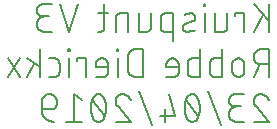
<source format=gbr>
G04 EAGLE Gerber X2 export*
%TF.Part,Single*%
%TF.FileFunction,Legend,Bot,1*%
%TF.FilePolarity,Positive*%
%TF.GenerationSoftware,Autodesk,EAGLE,9.1.2*%
%TF.CreationDate,2019-04-25T09:22:07Z*%
G75*
%MOMM*%
%FSLAX34Y34*%
%LPD*%
%AMOC8*
5,1,8,0,0,1.08239X$1,22.5*%
G01*
%ADD10C,0.203200*%


D10*
X858984Y17216D02*
X858984Y40584D01*
X846002Y40584D02*
X858984Y26304D01*
X853791Y31496D02*
X846002Y17216D01*
X838283Y17216D02*
X838283Y32795D01*
X830493Y32795D01*
X830493Y30198D01*
X823731Y32795D02*
X823731Y21111D01*
X823732Y21111D02*
X823730Y20989D01*
X823724Y20866D01*
X823715Y20744D01*
X823701Y20623D01*
X823684Y20502D01*
X823663Y20381D01*
X823638Y20261D01*
X823610Y20142D01*
X823577Y20024D01*
X823541Y19907D01*
X823502Y19792D01*
X823458Y19677D01*
X823412Y19564D01*
X823361Y19453D01*
X823307Y19343D01*
X823250Y19235D01*
X823190Y19128D01*
X823126Y19024D01*
X823058Y18922D01*
X822988Y18822D01*
X822915Y18724D01*
X822838Y18628D01*
X822759Y18535D01*
X822676Y18445D01*
X822591Y18357D01*
X822503Y18272D01*
X822413Y18189D01*
X822320Y18110D01*
X822224Y18033D01*
X822126Y17960D01*
X822026Y17890D01*
X821924Y17822D01*
X821820Y17758D01*
X821713Y17698D01*
X821605Y17641D01*
X821495Y17587D01*
X821384Y17536D01*
X821271Y17490D01*
X821156Y17446D01*
X821041Y17407D01*
X820924Y17371D01*
X820806Y17338D01*
X820687Y17310D01*
X820567Y17285D01*
X820446Y17264D01*
X820325Y17247D01*
X820204Y17233D01*
X820082Y17224D01*
X819959Y17218D01*
X819837Y17216D01*
X813346Y17216D01*
X813346Y32795D01*
X804619Y32795D02*
X804619Y17216D01*
X805269Y39286D02*
X805269Y40584D01*
X803970Y40584D01*
X803970Y39286D01*
X805269Y39286D01*
X794642Y26304D02*
X788151Y23707D01*
X794642Y26304D02*
X794748Y26348D01*
X794853Y26397D01*
X794956Y26449D01*
X795057Y26504D01*
X795157Y26563D01*
X795254Y26625D01*
X795349Y26690D01*
X795441Y26759D01*
X795532Y26831D01*
X795619Y26905D01*
X795705Y26983D01*
X795787Y27064D01*
X795867Y27147D01*
X795943Y27233D01*
X796017Y27322D01*
X796088Y27413D01*
X796155Y27507D01*
X796219Y27603D01*
X796280Y27701D01*
X796338Y27800D01*
X796392Y27902D01*
X796442Y28006D01*
X796489Y28111D01*
X796533Y28218D01*
X796572Y28327D01*
X796608Y28436D01*
X796640Y28547D01*
X796669Y28659D01*
X796693Y28771D01*
X796714Y28885D01*
X796730Y28999D01*
X796743Y29114D01*
X796752Y29229D01*
X796757Y29344D01*
X796758Y29459D01*
X796755Y29574D01*
X796748Y29690D01*
X796737Y29804D01*
X796722Y29919D01*
X796703Y30032D01*
X796681Y30146D01*
X796654Y30258D01*
X796624Y30369D01*
X796590Y30479D01*
X796552Y30588D01*
X796511Y30696D01*
X796465Y30802D01*
X796416Y30906D01*
X796364Y31009D01*
X796308Y31110D01*
X796249Y31209D01*
X796186Y31306D01*
X796120Y31400D01*
X796051Y31493D01*
X795979Y31583D01*
X795904Y31670D01*
X795825Y31755D01*
X795744Y31837D01*
X795660Y31916D01*
X795574Y31992D01*
X795485Y32065D01*
X795393Y32135D01*
X795299Y32202D01*
X795203Y32266D01*
X795105Y32326D01*
X795005Y32383D01*
X794903Y32437D01*
X794799Y32487D01*
X794693Y32533D01*
X794586Y32576D01*
X794477Y32615D01*
X794368Y32650D01*
X794257Y32682D01*
X794145Y32710D01*
X794032Y32734D01*
X793918Y32754D01*
X793804Y32770D01*
X793690Y32782D01*
X793575Y32790D01*
X793459Y32794D01*
X793344Y32795D01*
X793344Y32794D02*
X792989Y32785D01*
X792635Y32767D01*
X792282Y32741D01*
X791929Y32706D01*
X791577Y32663D01*
X791226Y32611D01*
X790877Y32551D01*
X790529Y32482D01*
X790183Y32405D01*
X789839Y32320D01*
X789497Y32227D01*
X789158Y32125D01*
X788821Y32015D01*
X788486Y31898D01*
X788155Y31772D01*
X787827Y31638D01*
X787502Y31496D01*
X788151Y23707D02*
X788045Y23663D01*
X787940Y23614D01*
X787837Y23562D01*
X787736Y23507D01*
X787636Y23448D01*
X787539Y23386D01*
X787444Y23321D01*
X787352Y23252D01*
X787261Y23180D01*
X787174Y23106D01*
X787088Y23028D01*
X787006Y22947D01*
X786926Y22864D01*
X786850Y22778D01*
X786776Y22689D01*
X786705Y22598D01*
X786638Y22504D01*
X786574Y22408D01*
X786513Y22310D01*
X786455Y22211D01*
X786401Y22109D01*
X786351Y22005D01*
X786304Y21900D01*
X786260Y21793D01*
X786221Y21684D01*
X786185Y21575D01*
X786153Y21464D01*
X786124Y21352D01*
X786100Y21240D01*
X786079Y21126D01*
X786063Y21012D01*
X786050Y20897D01*
X786041Y20782D01*
X786036Y20667D01*
X786035Y20552D01*
X786038Y20437D01*
X786045Y20321D01*
X786056Y20207D01*
X786071Y20092D01*
X786090Y19979D01*
X786112Y19865D01*
X786139Y19753D01*
X786169Y19642D01*
X786203Y19532D01*
X786241Y19423D01*
X786282Y19315D01*
X786328Y19209D01*
X786377Y19105D01*
X786429Y19002D01*
X786485Y18901D01*
X786544Y18802D01*
X786607Y18705D01*
X786673Y18611D01*
X786742Y18518D01*
X786814Y18428D01*
X786889Y18341D01*
X786968Y18256D01*
X787049Y18174D01*
X787133Y18095D01*
X787219Y18019D01*
X787308Y17946D01*
X787400Y17876D01*
X787494Y17809D01*
X787590Y17745D01*
X787688Y17685D01*
X787788Y17628D01*
X787890Y17574D01*
X787994Y17524D01*
X788100Y17478D01*
X788207Y17435D01*
X788316Y17396D01*
X788425Y17361D01*
X788536Y17329D01*
X788648Y17301D01*
X788761Y17277D01*
X788875Y17257D01*
X788989Y17241D01*
X789103Y17229D01*
X789218Y17221D01*
X789334Y17217D01*
X789449Y17216D01*
X789970Y17230D01*
X790490Y17256D01*
X791009Y17294D01*
X791528Y17344D01*
X792045Y17407D01*
X792560Y17482D01*
X793073Y17569D01*
X793585Y17668D01*
X794093Y17780D01*
X794599Y17903D01*
X795102Y18038D01*
X795602Y18185D01*
X796098Y18344D01*
X796590Y18514D01*
X777747Y9427D02*
X777747Y32795D01*
X771256Y32795D01*
X771134Y32793D01*
X771011Y32787D01*
X770889Y32778D01*
X770768Y32764D01*
X770647Y32747D01*
X770526Y32726D01*
X770406Y32701D01*
X770287Y32673D01*
X770169Y32640D01*
X770052Y32604D01*
X769937Y32565D01*
X769822Y32521D01*
X769709Y32475D01*
X769598Y32424D01*
X769488Y32370D01*
X769380Y32313D01*
X769273Y32253D01*
X769169Y32189D01*
X769067Y32121D01*
X768967Y32051D01*
X768869Y31978D01*
X768773Y31901D01*
X768680Y31822D01*
X768590Y31739D01*
X768502Y31654D01*
X768417Y31566D01*
X768334Y31476D01*
X768255Y31383D01*
X768178Y31287D01*
X768105Y31189D01*
X768035Y31089D01*
X767967Y30987D01*
X767903Y30883D01*
X767843Y30776D01*
X767786Y30668D01*
X767732Y30558D01*
X767681Y30447D01*
X767635Y30334D01*
X767591Y30219D01*
X767552Y30104D01*
X767516Y29987D01*
X767483Y29869D01*
X767455Y29750D01*
X767430Y29630D01*
X767409Y29509D01*
X767392Y29388D01*
X767378Y29267D01*
X767369Y29145D01*
X767363Y29022D01*
X767361Y28900D01*
X767362Y28900D02*
X767362Y21111D01*
X767361Y21111D02*
X767363Y20989D01*
X767369Y20866D01*
X767378Y20744D01*
X767392Y20623D01*
X767409Y20502D01*
X767430Y20381D01*
X767455Y20261D01*
X767483Y20142D01*
X767516Y20024D01*
X767552Y19907D01*
X767591Y19792D01*
X767635Y19677D01*
X767681Y19564D01*
X767732Y19453D01*
X767786Y19343D01*
X767843Y19235D01*
X767903Y19128D01*
X767967Y19024D01*
X768035Y18922D01*
X768105Y18822D01*
X768178Y18724D01*
X768255Y18628D01*
X768334Y18535D01*
X768417Y18445D01*
X768502Y18357D01*
X768590Y18272D01*
X768680Y18189D01*
X768773Y18110D01*
X768869Y18033D01*
X768967Y17960D01*
X769067Y17890D01*
X769169Y17822D01*
X769273Y17758D01*
X769380Y17698D01*
X769488Y17641D01*
X769598Y17587D01*
X769709Y17536D01*
X769822Y17490D01*
X769937Y17446D01*
X770052Y17407D01*
X770169Y17371D01*
X770287Y17338D01*
X770406Y17310D01*
X770526Y17285D01*
X770647Y17264D01*
X770768Y17247D01*
X770889Y17233D01*
X771011Y17224D01*
X771134Y17218D01*
X771256Y17216D01*
X777747Y17216D01*
X759007Y21111D02*
X759007Y32795D01*
X759008Y21111D02*
X759006Y20989D01*
X759000Y20866D01*
X758991Y20744D01*
X758977Y20623D01*
X758960Y20502D01*
X758939Y20381D01*
X758914Y20261D01*
X758886Y20142D01*
X758853Y20024D01*
X758817Y19907D01*
X758778Y19792D01*
X758734Y19677D01*
X758688Y19564D01*
X758637Y19453D01*
X758583Y19343D01*
X758526Y19235D01*
X758466Y19128D01*
X758402Y19024D01*
X758334Y18922D01*
X758264Y18822D01*
X758191Y18724D01*
X758114Y18628D01*
X758035Y18535D01*
X757952Y18445D01*
X757867Y18357D01*
X757779Y18272D01*
X757689Y18189D01*
X757596Y18110D01*
X757500Y18033D01*
X757402Y17960D01*
X757302Y17890D01*
X757200Y17822D01*
X757096Y17758D01*
X756989Y17698D01*
X756881Y17641D01*
X756771Y17587D01*
X756660Y17536D01*
X756547Y17490D01*
X756432Y17446D01*
X756317Y17407D01*
X756200Y17371D01*
X756082Y17338D01*
X755963Y17310D01*
X755843Y17285D01*
X755722Y17264D01*
X755601Y17247D01*
X755480Y17233D01*
X755358Y17224D01*
X755235Y17218D01*
X755113Y17216D01*
X748622Y17216D01*
X748622Y32795D01*
X739521Y32795D02*
X739521Y17216D01*
X739521Y32795D02*
X733029Y32795D01*
X732907Y32793D01*
X732784Y32787D01*
X732662Y32778D01*
X732541Y32764D01*
X732420Y32747D01*
X732299Y32726D01*
X732179Y32701D01*
X732060Y32673D01*
X731942Y32640D01*
X731825Y32604D01*
X731710Y32565D01*
X731595Y32521D01*
X731482Y32475D01*
X731371Y32424D01*
X731261Y32370D01*
X731153Y32313D01*
X731046Y32253D01*
X730942Y32189D01*
X730840Y32121D01*
X730740Y32051D01*
X730642Y31978D01*
X730546Y31901D01*
X730453Y31822D01*
X730363Y31739D01*
X730275Y31654D01*
X730190Y31566D01*
X730107Y31476D01*
X730028Y31383D01*
X729951Y31287D01*
X729878Y31189D01*
X729808Y31089D01*
X729740Y30987D01*
X729676Y30883D01*
X729616Y30776D01*
X729559Y30668D01*
X729505Y30558D01*
X729454Y30447D01*
X729408Y30334D01*
X729364Y30219D01*
X729325Y30104D01*
X729289Y29987D01*
X729256Y29869D01*
X729228Y29750D01*
X729203Y29630D01*
X729182Y29509D01*
X729165Y29388D01*
X729151Y29267D01*
X729142Y29145D01*
X729136Y29022D01*
X729134Y28900D01*
X729135Y28900D02*
X729135Y17216D01*
X722299Y32795D02*
X714510Y32795D01*
X719703Y40584D02*
X719703Y21111D01*
X719701Y20989D01*
X719695Y20866D01*
X719686Y20744D01*
X719672Y20623D01*
X719655Y20502D01*
X719634Y20381D01*
X719609Y20261D01*
X719581Y20142D01*
X719548Y20024D01*
X719512Y19907D01*
X719473Y19792D01*
X719429Y19677D01*
X719383Y19564D01*
X719332Y19453D01*
X719278Y19343D01*
X719221Y19235D01*
X719161Y19128D01*
X719097Y19024D01*
X719029Y18922D01*
X718959Y18822D01*
X718886Y18724D01*
X718809Y18628D01*
X718730Y18535D01*
X718647Y18445D01*
X718562Y18357D01*
X718474Y18272D01*
X718384Y18189D01*
X718291Y18110D01*
X718195Y18033D01*
X718097Y17960D01*
X717997Y17890D01*
X717895Y17822D01*
X717791Y17758D01*
X717684Y17698D01*
X717576Y17641D01*
X717466Y17587D01*
X717355Y17536D01*
X717242Y17490D01*
X717127Y17446D01*
X717012Y17407D01*
X716895Y17371D01*
X716777Y17338D01*
X716658Y17310D01*
X716538Y17285D01*
X716417Y17264D01*
X716296Y17247D01*
X716175Y17233D01*
X716053Y17224D01*
X715930Y17218D01*
X715808Y17216D01*
X714510Y17216D01*
X689786Y17216D02*
X697576Y40584D01*
X681997Y40584D02*
X689786Y17216D01*
X675399Y17216D02*
X668908Y17216D01*
X668749Y17218D01*
X668590Y17224D01*
X668430Y17234D01*
X668272Y17247D01*
X668113Y17265D01*
X667956Y17286D01*
X667798Y17312D01*
X667642Y17341D01*
X667486Y17374D01*
X667331Y17411D01*
X667177Y17451D01*
X667024Y17496D01*
X666872Y17544D01*
X666721Y17595D01*
X666572Y17651D01*
X666424Y17710D01*
X666278Y17773D01*
X666133Y17839D01*
X665990Y17909D01*
X665848Y17982D01*
X665709Y18059D01*
X665571Y18139D01*
X665435Y18223D01*
X665302Y18310D01*
X665170Y18400D01*
X665041Y18493D01*
X664915Y18590D01*
X664790Y18689D01*
X664668Y18792D01*
X664549Y18897D01*
X664432Y19006D01*
X664318Y19117D01*
X664207Y19231D01*
X664098Y19348D01*
X663993Y19467D01*
X663890Y19589D01*
X663791Y19714D01*
X663694Y19840D01*
X663601Y19969D01*
X663511Y20101D01*
X663424Y20234D01*
X663340Y20370D01*
X663260Y20508D01*
X663183Y20647D01*
X663110Y20789D01*
X663040Y20932D01*
X662974Y21077D01*
X662911Y21223D01*
X662852Y21371D01*
X662796Y21520D01*
X662745Y21671D01*
X662697Y21823D01*
X662652Y21976D01*
X662612Y22130D01*
X662575Y22285D01*
X662542Y22441D01*
X662513Y22597D01*
X662487Y22755D01*
X662466Y22912D01*
X662448Y23071D01*
X662435Y23229D01*
X662425Y23389D01*
X662419Y23548D01*
X662417Y23707D01*
X662419Y23866D01*
X662425Y24025D01*
X662435Y24185D01*
X662448Y24343D01*
X662466Y24502D01*
X662487Y24659D01*
X662513Y24817D01*
X662542Y24973D01*
X662575Y25129D01*
X662612Y25284D01*
X662652Y25438D01*
X662697Y25591D01*
X662745Y25743D01*
X662796Y25894D01*
X662852Y26043D01*
X662911Y26191D01*
X662974Y26337D01*
X663040Y26482D01*
X663110Y26625D01*
X663183Y26767D01*
X663260Y26906D01*
X663340Y27044D01*
X663424Y27180D01*
X663511Y27313D01*
X663601Y27445D01*
X663694Y27574D01*
X663791Y27700D01*
X663890Y27825D01*
X663993Y27947D01*
X664098Y28066D01*
X664207Y28183D01*
X664318Y28297D01*
X664432Y28408D01*
X664549Y28517D01*
X664668Y28622D01*
X664790Y28725D01*
X664915Y28824D01*
X665041Y28921D01*
X665170Y29014D01*
X665302Y29104D01*
X665435Y29191D01*
X665571Y29275D01*
X665709Y29355D01*
X665848Y29432D01*
X665990Y29505D01*
X666133Y29575D01*
X666278Y29641D01*
X666424Y29704D01*
X666572Y29763D01*
X666721Y29819D01*
X666872Y29870D01*
X667024Y29918D01*
X667177Y29963D01*
X667331Y30003D01*
X667486Y30040D01*
X667642Y30073D01*
X667798Y30102D01*
X667956Y30128D01*
X668113Y30149D01*
X668272Y30167D01*
X668430Y30180D01*
X668590Y30190D01*
X668749Y30196D01*
X668908Y30198D01*
X667609Y40584D02*
X675399Y40584D01*
X667609Y40584D02*
X667466Y40582D01*
X667323Y40576D01*
X667180Y40566D01*
X667038Y40552D01*
X666896Y40535D01*
X666754Y40513D01*
X666613Y40488D01*
X666473Y40458D01*
X666334Y40425D01*
X666196Y40388D01*
X666059Y40347D01*
X665923Y40303D01*
X665788Y40254D01*
X665655Y40202D01*
X665523Y40147D01*
X665393Y40087D01*
X665264Y40024D01*
X665137Y39958D01*
X665013Y39888D01*
X664890Y39815D01*
X664769Y39738D01*
X664650Y39658D01*
X664534Y39575D01*
X664419Y39489D01*
X664308Y39400D01*
X664198Y39307D01*
X664092Y39212D01*
X663988Y39113D01*
X663887Y39012D01*
X663788Y38908D01*
X663693Y38802D01*
X663600Y38692D01*
X663511Y38581D01*
X663425Y38466D01*
X663342Y38350D01*
X663262Y38231D01*
X663185Y38110D01*
X663112Y37988D01*
X663042Y37863D01*
X662976Y37736D01*
X662913Y37607D01*
X662853Y37477D01*
X662798Y37345D01*
X662746Y37212D01*
X662697Y37077D01*
X662653Y36941D01*
X662612Y36804D01*
X662575Y36666D01*
X662542Y36527D01*
X662512Y36387D01*
X662487Y36246D01*
X662465Y36104D01*
X662448Y35962D01*
X662434Y35820D01*
X662424Y35677D01*
X662418Y35534D01*
X662416Y35391D01*
X662418Y35248D01*
X662424Y35105D01*
X662434Y34962D01*
X662448Y34820D01*
X662465Y34678D01*
X662487Y34536D01*
X662512Y34395D01*
X662542Y34255D01*
X662575Y34116D01*
X662612Y33978D01*
X662653Y33841D01*
X662697Y33705D01*
X662746Y33570D01*
X662798Y33437D01*
X662853Y33305D01*
X662913Y33175D01*
X662976Y33046D01*
X663042Y32919D01*
X663112Y32795D01*
X663185Y32672D01*
X663262Y32551D01*
X663342Y32432D01*
X663425Y32316D01*
X663511Y32201D01*
X663600Y32090D01*
X663693Y31980D01*
X663788Y31874D01*
X663887Y31770D01*
X663988Y31669D01*
X664092Y31570D01*
X664198Y31475D01*
X664308Y31382D01*
X664419Y31293D01*
X664534Y31207D01*
X664650Y31124D01*
X664769Y31044D01*
X664890Y30967D01*
X665012Y30894D01*
X665137Y30824D01*
X665264Y30758D01*
X665393Y30695D01*
X665523Y30635D01*
X665655Y30580D01*
X665788Y30528D01*
X665923Y30479D01*
X666059Y30435D01*
X666196Y30394D01*
X666334Y30357D01*
X666473Y30324D01*
X666613Y30294D01*
X666754Y30269D01*
X666896Y30247D01*
X667038Y30230D01*
X667180Y30216D01*
X667323Y30206D01*
X667466Y30200D01*
X667609Y30198D01*
X672802Y30198D01*
X858984Y2484D02*
X858984Y-20884D01*
X858984Y2484D02*
X852493Y2484D01*
X852334Y2482D01*
X852175Y2476D01*
X852015Y2466D01*
X851857Y2453D01*
X851698Y2435D01*
X851541Y2414D01*
X851383Y2388D01*
X851227Y2359D01*
X851071Y2326D01*
X850916Y2289D01*
X850762Y2249D01*
X850609Y2204D01*
X850457Y2156D01*
X850306Y2105D01*
X850157Y2049D01*
X850009Y1990D01*
X849863Y1927D01*
X849718Y1861D01*
X849575Y1791D01*
X849433Y1718D01*
X849294Y1641D01*
X849156Y1561D01*
X849020Y1477D01*
X848887Y1390D01*
X848755Y1300D01*
X848626Y1207D01*
X848500Y1110D01*
X848375Y1011D01*
X848253Y908D01*
X848134Y803D01*
X848017Y694D01*
X847903Y583D01*
X847792Y469D01*
X847683Y352D01*
X847578Y233D01*
X847475Y111D01*
X847376Y-14D01*
X847279Y-140D01*
X847186Y-269D01*
X847096Y-401D01*
X847009Y-534D01*
X846925Y-670D01*
X846845Y-808D01*
X846768Y-947D01*
X846695Y-1089D01*
X846625Y-1232D01*
X846559Y-1377D01*
X846496Y-1523D01*
X846437Y-1671D01*
X846381Y-1820D01*
X846330Y-1971D01*
X846282Y-2123D01*
X846237Y-2276D01*
X846197Y-2430D01*
X846160Y-2585D01*
X846127Y-2741D01*
X846098Y-2897D01*
X846072Y-3055D01*
X846051Y-3212D01*
X846033Y-3371D01*
X846020Y-3529D01*
X846010Y-3689D01*
X846004Y-3848D01*
X846002Y-4007D01*
X846004Y-4166D01*
X846010Y-4325D01*
X846020Y-4485D01*
X846033Y-4643D01*
X846051Y-4802D01*
X846072Y-4959D01*
X846098Y-5117D01*
X846127Y-5273D01*
X846160Y-5429D01*
X846197Y-5584D01*
X846237Y-5738D01*
X846282Y-5891D01*
X846330Y-6043D01*
X846381Y-6194D01*
X846437Y-6343D01*
X846496Y-6491D01*
X846559Y-6637D01*
X846625Y-6782D01*
X846695Y-6925D01*
X846768Y-7067D01*
X846845Y-7206D01*
X846925Y-7344D01*
X847009Y-7480D01*
X847096Y-7613D01*
X847186Y-7745D01*
X847279Y-7874D01*
X847376Y-8000D01*
X847475Y-8125D01*
X847578Y-8247D01*
X847683Y-8366D01*
X847792Y-8483D01*
X847903Y-8597D01*
X848017Y-8708D01*
X848134Y-8817D01*
X848253Y-8922D01*
X848375Y-9025D01*
X848500Y-9124D01*
X848626Y-9221D01*
X848755Y-9314D01*
X848887Y-9404D01*
X849020Y-9491D01*
X849156Y-9575D01*
X849294Y-9655D01*
X849433Y-9732D01*
X849575Y-9805D01*
X849718Y-9875D01*
X849863Y-9941D01*
X850009Y-10004D01*
X850157Y-10063D01*
X850306Y-10119D01*
X850457Y-10170D01*
X850609Y-10218D01*
X850762Y-10263D01*
X850916Y-10303D01*
X851071Y-10340D01*
X851227Y-10373D01*
X851383Y-10402D01*
X851541Y-10428D01*
X851698Y-10449D01*
X851857Y-10467D01*
X852015Y-10480D01*
X852175Y-10490D01*
X852334Y-10496D01*
X852493Y-10498D01*
X858984Y-10498D01*
X851195Y-10498D02*
X846002Y-20884D01*
X838263Y-15691D02*
X838263Y-10498D01*
X838261Y-10355D01*
X838255Y-10212D01*
X838245Y-10069D01*
X838231Y-9927D01*
X838214Y-9785D01*
X838192Y-9643D01*
X838167Y-9502D01*
X838137Y-9362D01*
X838104Y-9223D01*
X838067Y-9085D01*
X838026Y-8948D01*
X837982Y-8812D01*
X837933Y-8677D01*
X837881Y-8544D01*
X837826Y-8412D01*
X837766Y-8282D01*
X837703Y-8153D01*
X837637Y-8026D01*
X837567Y-7902D01*
X837494Y-7779D01*
X837417Y-7658D01*
X837337Y-7539D01*
X837254Y-7423D01*
X837168Y-7308D01*
X837079Y-7197D01*
X836986Y-7087D01*
X836891Y-6981D01*
X836792Y-6877D01*
X836691Y-6776D01*
X836587Y-6677D01*
X836481Y-6582D01*
X836371Y-6489D01*
X836260Y-6400D01*
X836145Y-6314D01*
X836029Y-6231D01*
X835910Y-6151D01*
X835789Y-6074D01*
X835667Y-6001D01*
X835542Y-5931D01*
X835415Y-5865D01*
X835286Y-5802D01*
X835156Y-5742D01*
X835024Y-5687D01*
X834891Y-5635D01*
X834756Y-5586D01*
X834620Y-5542D01*
X834483Y-5501D01*
X834345Y-5464D01*
X834206Y-5431D01*
X834066Y-5401D01*
X833925Y-5376D01*
X833783Y-5354D01*
X833641Y-5337D01*
X833499Y-5323D01*
X833356Y-5313D01*
X833213Y-5307D01*
X833070Y-5305D01*
X832927Y-5307D01*
X832784Y-5313D01*
X832641Y-5323D01*
X832499Y-5337D01*
X832357Y-5354D01*
X832215Y-5376D01*
X832074Y-5401D01*
X831934Y-5431D01*
X831795Y-5464D01*
X831657Y-5501D01*
X831520Y-5542D01*
X831384Y-5586D01*
X831249Y-5635D01*
X831116Y-5687D01*
X830984Y-5742D01*
X830854Y-5802D01*
X830725Y-5865D01*
X830598Y-5931D01*
X830474Y-6001D01*
X830351Y-6074D01*
X830230Y-6151D01*
X830111Y-6231D01*
X829995Y-6314D01*
X829880Y-6400D01*
X829769Y-6489D01*
X829659Y-6582D01*
X829553Y-6677D01*
X829449Y-6776D01*
X829348Y-6877D01*
X829249Y-6981D01*
X829154Y-7087D01*
X829061Y-7197D01*
X828972Y-7308D01*
X828886Y-7423D01*
X828803Y-7539D01*
X828723Y-7658D01*
X828646Y-7779D01*
X828573Y-7901D01*
X828503Y-8026D01*
X828437Y-8153D01*
X828374Y-8282D01*
X828314Y-8412D01*
X828259Y-8544D01*
X828207Y-8677D01*
X828158Y-8812D01*
X828114Y-8948D01*
X828073Y-9085D01*
X828036Y-9223D01*
X828003Y-9362D01*
X827973Y-9502D01*
X827948Y-9643D01*
X827926Y-9785D01*
X827909Y-9927D01*
X827895Y-10069D01*
X827885Y-10212D01*
X827879Y-10355D01*
X827877Y-10498D01*
X827877Y-15691D01*
X827879Y-15834D01*
X827885Y-15977D01*
X827895Y-16120D01*
X827909Y-16262D01*
X827926Y-16404D01*
X827948Y-16546D01*
X827973Y-16687D01*
X828003Y-16827D01*
X828036Y-16966D01*
X828073Y-17104D01*
X828114Y-17241D01*
X828158Y-17377D01*
X828207Y-17512D01*
X828259Y-17645D01*
X828314Y-17777D01*
X828374Y-17907D01*
X828437Y-18036D01*
X828503Y-18163D01*
X828573Y-18287D01*
X828646Y-18410D01*
X828723Y-18531D01*
X828803Y-18650D01*
X828886Y-18766D01*
X828972Y-18881D01*
X829061Y-18992D01*
X829154Y-19102D01*
X829249Y-19208D01*
X829348Y-19312D01*
X829449Y-19413D01*
X829553Y-19512D01*
X829659Y-19607D01*
X829769Y-19700D01*
X829880Y-19789D01*
X829995Y-19875D01*
X830111Y-19958D01*
X830230Y-20038D01*
X830351Y-20115D01*
X830474Y-20188D01*
X830598Y-20258D01*
X830725Y-20324D01*
X830854Y-20387D01*
X830984Y-20447D01*
X831116Y-20502D01*
X831249Y-20554D01*
X831384Y-20603D01*
X831520Y-20647D01*
X831657Y-20688D01*
X831795Y-20725D01*
X831934Y-20758D01*
X832074Y-20788D01*
X832215Y-20813D01*
X832357Y-20835D01*
X832499Y-20852D01*
X832641Y-20866D01*
X832784Y-20876D01*
X832927Y-20882D01*
X833070Y-20884D01*
X833213Y-20882D01*
X833356Y-20876D01*
X833499Y-20866D01*
X833641Y-20852D01*
X833783Y-20835D01*
X833925Y-20813D01*
X834066Y-20788D01*
X834206Y-20758D01*
X834345Y-20725D01*
X834483Y-20688D01*
X834620Y-20647D01*
X834756Y-20603D01*
X834891Y-20554D01*
X835024Y-20502D01*
X835156Y-20447D01*
X835286Y-20387D01*
X835415Y-20324D01*
X835542Y-20258D01*
X835666Y-20188D01*
X835789Y-20115D01*
X835910Y-20038D01*
X836029Y-19958D01*
X836145Y-19875D01*
X836260Y-19789D01*
X836371Y-19700D01*
X836481Y-19607D01*
X836587Y-19512D01*
X836691Y-19413D01*
X836792Y-19312D01*
X836891Y-19208D01*
X836986Y-19102D01*
X837079Y-18992D01*
X837168Y-18881D01*
X837254Y-18766D01*
X837337Y-18650D01*
X837417Y-18531D01*
X837494Y-18410D01*
X837567Y-18288D01*
X837637Y-18163D01*
X837703Y-18036D01*
X837766Y-17907D01*
X837826Y-17777D01*
X837881Y-17645D01*
X837933Y-17512D01*
X837982Y-17377D01*
X838026Y-17241D01*
X838067Y-17104D01*
X838104Y-16966D01*
X838137Y-16827D01*
X838167Y-16687D01*
X838192Y-16546D01*
X838214Y-16404D01*
X838231Y-16262D01*
X838245Y-16120D01*
X838255Y-15977D01*
X838261Y-15834D01*
X838263Y-15691D01*
X819421Y-20884D02*
X819421Y2484D01*
X819421Y-20884D02*
X812930Y-20884D01*
X812808Y-20882D01*
X812685Y-20876D01*
X812563Y-20867D01*
X812442Y-20853D01*
X812321Y-20836D01*
X812200Y-20815D01*
X812080Y-20790D01*
X811961Y-20762D01*
X811843Y-20729D01*
X811726Y-20693D01*
X811611Y-20654D01*
X811496Y-20610D01*
X811383Y-20564D01*
X811272Y-20513D01*
X811162Y-20459D01*
X811054Y-20402D01*
X810947Y-20342D01*
X810843Y-20278D01*
X810741Y-20210D01*
X810641Y-20140D01*
X810543Y-20067D01*
X810447Y-19990D01*
X810354Y-19911D01*
X810264Y-19828D01*
X810176Y-19743D01*
X810091Y-19655D01*
X810008Y-19565D01*
X809929Y-19472D01*
X809852Y-19376D01*
X809779Y-19278D01*
X809709Y-19178D01*
X809641Y-19076D01*
X809577Y-18972D01*
X809517Y-18865D01*
X809460Y-18757D01*
X809406Y-18647D01*
X809355Y-18536D01*
X809309Y-18423D01*
X809265Y-18308D01*
X809226Y-18193D01*
X809190Y-18076D01*
X809157Y-17958D01*
X809129Y-17839D01*
X809104Y-17719D01*
X809083Y-17598D01*
X809066Y-17477D01*
X809052Y-17356D01*
X809043Y-17234D01*
X809037Y-17111D01*
X809035Y-16989D01*
X809035Y-9200D01*
X809037Y-9078D01*
X809043Y-8955D01*
X809052Y-8833D01*
X809066Y-8712D01*
X809083Y-8591D01*
X809104Y-8470D01*
X809129Y-8350D01*
X809157Y-8231D01*
X809190Y-8113D01*
X809226Y-7996D01*
X809265Y-7881D01*
X809309Y-7766D01*
X809355Y-7653D01*
X809406Y-7542D01*
X809460Y-7432D01*
X809517Y-7324D01*
X809577Y-7217D01*
X809641Y-7113D01*
X809709Y-7011D01*
X809779Y-6911D01*
X809852Y-6813D01*
X809929Y-6717D01*
X810008Y-6624D01*
X810091Y-6534D01*
X810176Y-6446D01*
X810264Y-6361D01*
X810354Y-6278D01*
X810447Y-6199D01*
X810543Y-6122D01*
X810641Y-6049D01*
X810741Y-5979D01*
X810843Y-5911D01*
X810947Y-5847D01*
X811054Y-5787D01*
X811162Y-5730D01*
X811272Y-5676D01*
X811383Y-5625D01*
X811496Y-5579D01*
X811611Y-5535D01*
X811726Y-5496D01*
X811843Y-5460D01*
X811961Y-5427D01*
X812080Y-5399D01*
X812200Y-5374D01*
X812321Y-5353D01*
X812442Y-5336D01*
X812563Y-5322D01*
X812685Y-5313D01*
X812808Y-5307D01*
X812930Y-5305D01*
X819421Y-5305D01*
X800630Y2484D02*
X800630Y-20884D01*
X794139Y-20884D01*
X794017Y-20882D01*
X793894Y-20876D01*
X793772Y-20867D01*
X793651Y-20853D01*
X793530Y-20836D01*
X793409Y-20815D01*
X793289Y-20790D01*
X793170Y-20762D01*
X793052Y-20729D01*
X792935Y-20693D01*
X792820Y-20654D01*
X792705Y-20610D01*
X792592Y-20564D01*
X792481Y-20513D01*
X792371Y-20459D01*
X792263Y-20402D01*
X792156Y-20342D01*
X792052Y-20278D01*
X791950Y-20210D01*
X791850Y-20140D01*
X791752Y-20067D01*
X791656Y-19990D01*
X791563Y-19911D01*
X791473Y-19828D01*
X791385Y-19743D01*
X791300Y-19655D01*
X791217Y-19565D01*
X791138Y-19472D01*
X791061Y-19376D01*
X790988Y-19278D01*
X790918Y-19178D01*
X790850Y-19076D01*
X790786Y-18972D01*
X790726Y-18865D01*
X790669Y-18757D01*
X790615Y-18647D01*
X790564Y-18536D01*
X790518Y-18423D01*
X790474Y-18308D01*
X790435Y-18193D01*
X790399Y-18076D01*
X790366Y-17958D01*
X790338Y-17839D01*
X790313Y-17719D01*
X790292Y-17598D01*
X790275Y-17477D01*
X790261Y-17356D01*
X790252Y-17234D01*
X790246Y-17111D01*
X790244Y-16989D01*
X790244Y-9200D01*
X790246Y-9078D01*
X790252Y-8955D01*
X790261Y-8833D01*
X790275Y-8712D01*
X790292Y-8591D01*
X790313Y-8470D01*
X790338Y-8350D01*
X790366Y-8231D01*
X790399Y-8113D01*
X790435Y-7996D01*
X790474Y-7881D01*
X790518Y-7766D01*
X790564Y-7653D01*
X790615Y-7542D01*
X790669Y-7432D01*
X790726Y-7324D01*
X790786Y-7217D01*
X790850Y-7113D01*
X790918Y-7011D01*
X790988Y-6911D01*
X791061Y-6813D01*
X791138Y-6717D01*
X791217Y-6624D01*
X791300Y-6534D01*
X791385Y-6446D01*
X791473Y-6361D01*
X791563Y-6278D01*
X791656Y-6199D01*
X791752Y-6122D01*
X791850Y-6049D01*
X791950Y-5979D01*
X792052Y-5911D01*
X792156Y-5847D01*
X792263Y-5787D01*
X792371Y-5730D01*
X792481Y-5676D01*
X792592Y-5625D01*
X792705Y-5579D01*
X792820Y-5535D01*
X792935Y-5496D01*
X793052Y-5460D01*
X793170Y-5427D01*
X793289Y-5399D01*
X793409Y-5374D01*
X793530Y-5353D01*
X793651Y-5336D01*
X793772Y-5322D01*
X793894Y-5313D01*
X794017Y-5307D01*
X794139Y-5305D01*
X800630Y-5305D01*
X778691Y-20884D02*
X772200Y-20884D01*
X778691Y-20884D02*
X778813Y-20882D01*
X778936Y-20876D01*
X779058Y-20867D01*
X779179Y-20853D01*
X779300Y-20836D01*
X779421Y-20815D01*
X779541Y-20790D01*
X779660Y-20762D01*
X779778Y-20729D01*
X779895Y-20693D01*
X780010Y-20654D01*
X780125Y-20610D01*
X780238Y-20564D01*
X780349Y-20513D01*
X780459Y-20459D01*
X780567Y-20402D01*
X780674Y-20342D01*
X780778Y-20278D01*
X780880Y-20210D01*
X780980Y-20140D01*
X781078Y-20067D01*
X781174Y-19990D01*
X781267Y-19911D01*
X781357Y-19828D01*
X781445Y-19743D01*
X781530Y-19655D01*
X781613Y-19565D01*
X781692Y-19472D01*
X781769Y-19376D01*
X781842Y-19278D01*
X781912Y-19178D01*
X781980Y-19076D01*
X782044Y-18972D01*
X782104Y-18865D01*
X782161Y-18757D01*
X782215Y-18647D01*
X782266Y-18536D01*
X782312Y-18423D01*
X782356Y-18308D01*
X782395Y-18193D01*
X782431Y-18076D01*
X782464Y-17958D01*
X782492Y-17839D01*
X782517Y-17719D01*
X782538Y-17598D01*
X782555Y-17477D01*
X782569Y-17356D01*
X782578Y-17234D01*
X782584Y-17111D01*
X782586Y-16989D01*
X782586Y-10498D01*
X782584Y-10355D01*
X782578Y-10212D01*
X782568Y-10069D01*
X782554Y-9927D01*
X782537Y-9785D01*
X782515Y-9643D01*
X782490Y-9502D01*
X782460Y-9362D01*
X782427Y-9223D01*
X782390Y-9085D01*
X782349Y-8948D01*
X782305Y-8812D01*
X782256Y-8677D01*
X782204Y-8544D01*
X782149Y-8412D01*
X782089Y-8282D01*
X782026Y-8153D01*
X781960Y-8026D01*
X781890Y-7902D01*
X781817Y-7779D01*
X781740Y-7658D01*
X781660Y-7539D01*
X781577Y-7423D01*
X781491Y-7308D01*
X781402Y-7197D01*
X781309Y-7087D01*
X781214Y-6981D01*
X781115Y-6877D01*
X781014Y-6776D01*
X780910Y-6677D01*
X780804Y-6582D01*
X780694Y-6489D01*
X780583Y-6400D01*
X780468Y-6314D01*
X780352Y-6231D01*
X780233Y-6151D01*
X780112Y-6074D01*
X779990Y-6001D01*
X779865Y-5931D01*
X779738Y-5865D01*
X779609Y-5802D01*
X779479Y-5742D01*
X779347Y-5687D01*
X779214Y-5635D01*
X779079Y-5586D01*
X778943Y-5542D01*
X778806Y-5501D01*
X778668Y-5464D01*
X778529Y-5431D01*
X778389Y-5401D01*
X778248Y-5376D01*
X778106Y-5354D01*
X777964Y-5337D01*
X777822Y-5323D01*
X777679Y-5313D01*
X777536Y-5307D01*
X777393Y-5305D01*
X777250Y-5307D01*
X777107Y-5313D01*
X776964Y-5323D01*
X776822Y-5337D01*
X776680Y-5354D01*
X776538Y-5376D01*
X776397Y-5401D01*
X776257Y-5431D01*
X776118Y-5464D01*
X775980Y-5501D01*
X775843Y-5542D01*
X775707Y-5586D01*
X775572Y-5635D01*
X775439Y-5687D01*
X775307Y-5742D01*
X775177Y-5802D01*
X775048Y-5865D01*
X774921Y-5931D01*
X774797Y-6001D01*
X774674Y-6074D01*
X774553Y-6151D01*
X774434Y-6231D01*
X774318Y-6314D01*
X774203Y-6400D01*
X774092Y-6489D01*
X773982Y-6582D01*
X773876Y-6677D01*
X773772Y-6776D01*
X773671Y-6877D01*
X773572Y-6981D01*
X773477Y-7087D01*
X773384Y-7197D01*
X773295Y-7308D01*
X773209Y-7423D01*
X773126Y-7539D01*
X773046Y-7658D01*
X772969Y-7779D01*
X772896Y-7901D01*
X772826Y-8026D01*
X772760Y-8153D01*
X772697Y-8282D01*
X772637Y-8412D01*
X772582Y-8544D01*
X772530Y-8677D01*
X772481Y-8812D01*
X772437Y-8948D01*
X772396Y-9085D01*
X772359Y-9223D01*
X772326Y-9362D01*
X772296Y-9502D01*
X772271Y-9643D01*
X772249Y-9785D01*
X772232Y-9927D01*
X772218Y-10069D01*
X772208Y-10212D01*
X772202Y-10355D01*
X772200Y-10498D01*
X772200Y-13095D01*
X782586Y-13095D01*
X752566Y-20884D02*
X752566Y2484D01*
X746075Y2484D01*
X745916Y2482D01*
X745757Y2476D01*
X745597Y2466D01*
X745439Y2453D01*
X745280Y2435D01*
X745123Y2414D01*
X744965Y2388D01*
X744809Y2359D01*
X744653Y2326D01*
X744498Y2289D01*
X744344Y2249D01*
X744191Y2204D01*
X744039Y2156D01*
X743888Y2105D01*
X743739Y2049D01*
X743591Y1990D01*
X743445Y1927D01*
X743300Y1861D01*
X743157Y1791D01*
X743015Y1718D01*
X742876Y1641D01*
X742738Y1561D01*
X742602Y1477D01*
X742469Y1390D01*
X742337Y1300D01*
X742208Y1207D01*
X742082Y1110D01*
X741957Y1011D01*
X741835Y908D01*
X741716Y803D01*
X741599Y694D01*
X741485Y583D01*
X741374Y469D01*
X741265Y352D01*
X741160Y233D01*
X741057Y111D01*
X740958Y-14D01*
X740861Y-140D01*
X740768Y-269D01*
X740678Y-401D01*
X740591Y-534D01*
X740507Y-670D01*
X740427Y-808D01*
X740350Y-947D01*
X740277Y-1089D01*
X740207Y-1232D01*
X740141Y-1377D01*
X740078Y-1523D01*
X740019Y-1671D01*
X739963Y-1820D01*
X739912Y-1971D01*
X739864Y-2123D01*
X739819Y-2276D01*
X739779Y-2430D01*
X739742Y-2585D01*
X739709Y-2741D01*
X739680Y-2897D01*
X739654Y-3055D01*
X739633Y-3212D01*
X739615Y-3371D01*
X739602Y-3529D01*
X739592Y-3689D01*
X739586Y-3848D01*
X739584Y-4007D01*
X739584Y-14393D01*
X739586Y-14552D01*
X739592Y-14711D01*
X739602Y-14871D01*
X739615Y-15029D01*
X739633Y-15188D01*
X739654Y-15345D01*
X739680Y-15503D01*
X739709Y-15659D01*
X739742Y-15815D01*
X739779Y-15970D01*
X739819Y-16124D01*
X739864Y-16277D01*
X739912Y-16429D01*
X739963Y-16580D01*
X740019Y-16729D01*
X740078Y-16877D01*
X740141Y-17023D01*
X740207Y-17168D01*
X740277Y-17311D01*
X740350Y-17453D01*
X740427Y-17592D01*
X740507Y-17730D01*
X740591Y-17866D01*
X740678Y-17999D01*
X740768Y-18131D01*
X740861Y-18260D01*
X740958Y-18386D01*
X741057Y-18511D01*
X741160Y-18633D01*
X741265Y-18752D01*
X741374Y-18869D01*
X741485Y-18983D01*
X741599Y-19094D01*
X741716Y-19203D01*
X741835Y-19308D01*
X741957Y-19411D01*
X742082Y-19510D01*
X742208Y-19607D01*
X742337Y-19700D01*
X742469Y-19790D01*
X742602Y-19877D01*
X742738Y-19961D01*
X742876Y-20041D01*
X743015Y-20118D01*
X743157Y-20191D01*
X743300Y-20261D01*
X743445Y-20327D01*
X743591Y-20390D01*
X743739Y-20449D01*
X743888Y-20505D01*
X744039Y-20556D01*
X744191Y-20605D01*
X744344Y-20649D01*
X744498Y-20689D01*
X744653Y-20726D01*
X744809Y-20759D01*
X744965Y-20788D01*
X745123Y-20814D01*
X745280Y-20835D01*
X745439Y-20853D01*
X745598Y-20866D01*
X745757Y-20876D01*
X745916Y-20882D01*
X746075Y-20884D01*
X752566Y-20884D01*
X730764Y-20884D02*
X730764Y-5305D01*
X731413Y1186D02*
X731413Y2484D01*
X730115Y2484D01*
X730115Y1186D01*
X731413Y1186D01*
X718839Y-20884D02*
X712348Y-20884D01*
X718839Y-20884D02*
X718961Y-20882D01*
X719084Y-20876D01*
X719206Y-20867D01*
X719327Y-20853D01*
X719448Y-20836D01*
X719569Y-20815D01*
X719689Y-20790D01*
X719808Y-20762D01*
X719926Y-20729D01*
X720043Y-20693D01*
X720158Y-20654D01*
X720273Y-20610D01*
X720386Y-20564D01*
X720497Y-20513D01*
X720607Y-20459D01*
X720715Y-20402D01*
X720822Y-20342D01*
X720926Y-20278D01*
X721028Y-20210D01*
X721128Y-20140D01*
X721226Y-20067D01*
X721322Y-19990D01*
X721415Y-19911D01*
X721505Y-19828D01*
X721593Y-19743D01*
X721678Y-19655D01*
X721761Y-19565D01*
X721840Y-19472D01*
X721917Y-19376D01*
X721990Y-19278D01*
X722060Y-19178D01*
X722128Y-19076D01*
X722192Y-18972D01*
X722252Y-18865D01*
X722309Y-18757D01*
X722363Y-18647D01*
X722414Y-18536D01*
X722460Y-18423D01*
X722504Y-18308D01*
X722543Y-18193D01*
X722579Y-18076D01*
X722612Y-17958D01*
X722640Y-17839D01*
X722665Y-17719D01*
X722686Y-17598D01*
X722703Y-17477D01*
X722717Y-17356D01*
X722726Y-17234D01*
X722732Y-17111D01*
X722734Y-16989D01*
X722734Y-10498D01*
X722732Y-10355D01*
X722726Y-10212D01*
X722716Y-10069D01*
X722702Y-9927D01*
X722685Y-9785D01*
X722663Y-9643D01*
X722638Y-9502D01*
X722608Y-9362D01*
X722575Y-9223D01*
X722538Y-9085D01*
X722497Y-8948D01*
X722453Y-8812D01*
X722404Y-8677D01*
X722352Y-8544D01*
X722297Y-8412D01*
X722237Y-8282D01*
X722174Y-8153D01*
X722108Y-8026D01*
X722038Y-7902D01*
X721965Y-7779D01*
X721888Y-7658D01*
X721808Y-7539D01*
X721725Y-7423D01*
X721639Y-7308D01*
X721550Y-7197D01*
X721457Y-7087D01*
X721362Y-6981D01*
X721263Y-6877D01*
X721162Y-6776D01*
X721058Y-6677D01*
X720952Y-6582D01*
X720842Y-6489D01*
X720731Y-6400D01*
X720616Y-6314D01*
X720500Y-6231D01*
X720381Y-6151D01*
X720260Y-6074D01*
X720138Y-6001D01*
X720013Y-5931D01*
X719886Y-5865D01*
X719757Y-5802D01*
X719627Y-5742D01*
X719495Y-5687D01*
X719362Y-5635D01*
X719227Y-5586D01*
X719091Y-5542D01*
X718954Y-5501D01*
X718816Y-5464D01*
X718677Y-5431D01*
X718537Y-5401D01*
X718396Y-5376D01*
X718254Y-5354D01*
X718112Y-5337D01*
X717970Y-5323D01*
X717827Y-5313D01*
X717684Y-5307D01*
X717541Y-5305D01*
X717398Y-5307D01*
X717255Y-5313D01*
X717112Y-5323D01*
X716970Y-5337D01*
X716828Y-5354D01*
X716686Y-5376D01*
X716545Y-5401D01*
X716405Y-5431D01*
X716266Y-5464D01*
X716128Y-5501D01*
X715991Y-5542D01*
X715855Y-5586D01*
X715720Y-5635D01*
X715587Y-5687D01*
X715455Y-5742D01*
X715325Y-5802D01*
X715196Y-5865D01*
X715069Y-5931D01*
X714945Y-6001D01*
X714822Y-6074D01*
X714701Y-6151D01*
X714582Y-6231D01*
X714466Y-6314D01*
X714351Y-6400D01*
X714240Y-6489D01*
X714130Y-6582D01*
X714024Y-6677D01*
X713920Y-6776D01*
X713819Y-6877D01*
X713720Y-6981D01*
X713625Y-7087D01*
X713532Y-7197D01*
X713443Y-7308D01*
X713357Y-7423D01*
X713274Y-7539D01*
X713194Y-7658D01*
X713117Y-7779D01*
X713044Y-7901D01*
X712974Y-8026D01*
X712908Y-8153D01*
X712845Y-8282D01*
X712785Y-8412D01*
X712730Y-8544D01*
X712678Y-8677D01*
X712629Y-8812D01*
X712585Y-8948D01*
X712544Y-9085D01*
X712507Y-9223D01*
X712474Y-9362D01*
X712444Y-9502D01*
X712419Y-9643D01*
X712397Y-9785D01*
X712380Y-9927D01*
X712366Y-10069D01*
X712356Y-10212D01*
X712350Y-10355D01*
X712348Y-10498D01*
X712348Y-13095D01*
X722734Y-13095D01*
X703879Y-20884D02*
X703879Y-5305D01*
X696090Y-5305D01*
X696090Y-7902D01*
X689702Y-5305D02*
X689702Y-20884D01*
X690352Y1186D02*
X690352Y2484D01*
X689053Y2484D01*
X689053Y1186D01*
X690352Y1186D01*
X677763Y-20884D02*
X672570Y-20884D01*
X677763Y-20884D02*
X677885Y-20882D01*
X678008Y-20876D01*
X678130Y-20867D01*
X678251Y-20853D01*
X678372Y-20836D01*
X678493Y-20815D01*
X678613Y-20790D01*
X678732Y-20762D01*
X678850Y-20729D01*
X678967Y-20693D01*
X679082Y-20654D01*
X679197Y-20610D01*
X679310Y-20564D01*
X679421Y-20513D01*
X679531Y-20459D01*
X679639Y-20402D01*
X679746Y-20342D01*
X679850Y-20278D01*
X679952Y-20210D01*
X680052Y-20140D01*
X680150Y-20067D01*
X680246Y-19990D01*
X680339Y-19911D01*
X680429Y-19828D01*
X680517Y-19743D01*
X680602Y-19655D01*
X680685Y-19565D01*
X680764Y-19472D01*
X680841Y-19376D01*
X680914Y-19278D01*
X680984Y-19178D01*
X681052Y-19076D01*
X681116Y-18972D01*
X681176Y-18865D01*
X681233Y-18757D01*
X681287Y-18647D01*
X681338Y-18536D01*
X681384Y-18423D01*
X681428Y-18308D01*
X681467Y-18193D01*
X681503Y-18076D01*
X681536Y-17958D01*
X681564Y-17839D01*
X681589Y-17719D01*
X681610Y-17598D01*
X681627Y-17477D01*
X681641Y-17356D01*
X681650Y-17234D01*
X681656Y-17111D01*
X681658Y-16989D01*
X681658Y-9200D01*
X681656Y-9078D01*
X681650Y-8955D01*
X681641Y-8833D01*
X681627Y-8712D01*
X681610Y-8591D01*
X681589Y-8470D01*
X681564Y-8350D01*
X681536Y-8231D01*
X681503Y-8113D01*
X681467Y-7996D01*
X681428Y-7881D01*
X681384Y-7766D01*
X681338Y-7653D01*
X681287Y-7542D01*
X681233Y-7432D01*
X681176Y-7324D01*
X681116Y-7217D01*
X681052Y-7113D01*
X680984Y-7011D01*
X680914Y-6911D01*
X680841Y-6813D01*
X680764Y-6717D01*
X680685Y-6624D01*
X680602Y-6534D01*
X680517Y-6446D01*
X680429Y-6361D01*
X680339Y-6278D01*
X680246Y-6199D01*
X680150Y-6122D01*
X680052Y-6049D01*
X679952Y-5979D01*
X679850Y-5911D01*
X679746Y-5847D01*
X679639Y-5787D01*
X679531Y-5730D01*
X679421Y-5676D01*
X679310Y-5625D01*
X679197Y-5579D01*
X679082Y-5535D01*
X678967Y-5496D01*
X678850Y-5460D01*
X678732Y-5427D01*
X678613Y-5399D01*
X678493Y-5374D01*
X678372Y-5353D01*
X678251Y-5336D01*
X678130Y-5322D01*
X678008Y-5313D01*
X677885Y-5307D01*
X677763Y-5305D01*
X672570Y-5305D01*
X664851Y2484D02*
X664851Y-20884D01*
X664851Y-13095D02*
X654465Y-5305D01*
X660307Y-9849D02*
X654465Y-20884D01*
X648266Y-20884D02*
X637880Y-5305D01*
X648266Y-5305D02*
X637880Y-20884D01*
X846002Y-41458D02*
X846004Y-41308D01*
X846010Y-41157D01*
X846019Y-41007D01*
X846033Y-40857D01*
X846050Y-40708D01*
X846072Y-40559D01*
X846097Y-40411D01*
X846126Y-40263D01*
X846158Y-40116D01*
X846195Y-39970D01*
X846235Y-39825D01*
X846279Y-39681D01*
X846326Y-39539D01*
X846378Y-39397D01*
X846432Y-39257D01*
X846491Y-39119D01*
X846553Y-38981D01*
X846618Y-38846D01*
X846687Y-38712D01*
X846760Y-38581D01*
X846836Y-38451D01*
X846915Y-38323D01*
X846997Y-38197D01*
X847083Y-38073D01*
X847171Y-37952D01*
X847263Y-37832D01*
X847358Y-37716D01*
X847456Y-37601D01*
X847557Y-37490D01*
X847660Y-37381D01*
X847767Y-37274D01*
X847876Y-37171D01*
X847987Y-37070D01*
X848102Y-36972D01*
X848218Y-36877D01*
X848338Y-36785D01*
X848459Y-36697D01*
X848583Y-36611D01*
X848709Y-36529D01*
X848837Y-36450D01*
X848967Y-36374D01*
X849098Y-36301D01*
X849232Y-36232D01*
X849367Y-36167D01*
X849505Y-36105D01*
X849643Y-36046D01*
X849783Y-35992D01*
X849925Y-35940D01*
X850067Y-35893D01*
X850211Y-35849D01*
X850356Y-35809D01*
X850502Y-35772D01*
X850649Y-35740D01*
X850797Y-35711D01*
X850945Y-35686D01*
X851094Y-35664D01*
X851243Y-35647D01*
X851393Y-35633D01*
X851543Y-35624D01*
X851694Y-35618D01*
X851844Y-35616D01*
X852025Y-35618D01*
X852207Y-35625D01*
X852388Y-35636D01*
X852569Y-35651D01*
X852749Y-35671D01*
X852929Y-35695D01*
X853108Y-35723D01*
X853287Y-35756D01*
X853465Y-35793D01*
X853641Y-35834D01*
X853817Y-35880D01*
X853992Y-35930D01*
X854165Y-35984D01*
X854337Y-36042D01*
X854507Y-36104D01*
X854676Y-36171D01*
X854843Y-36241D01*
X855009Y-36316D01*
X855173Y-36394D01*
X855334Y-36477D01*
X855494Y-36563D01*
X855651Y-36653D01*
X855807Y-36747D01*
X855960Y-36845D01*
X856110Y-36946D01*
X856258Y-37051D01*
X856404Y-37160D01*
X856547Y-37272D01*
X856687Y-37387D01*
X856824Y-37506D01*
X856958Y-37628D01*
X857090Y-37754D01*
X857218Y-37882D01*
X857343Y-38013D01*
X857465Y-38148D01*
X857583Y-38285D01*
X857699Y-38425D01*
X857811Y-38568D01*
X857919Y-38714D01*
X858024Y-38862D01*
X858125Y-39013D01*
X858222Y-39166D01*
X858316Y-39321D01*
X858406Y-39479D01*
X858492Y-39639D01*
X858575Y-39801D01*
X858653Y-39964D01*
X858727Y-40130D01*
X858798Y-40297D01*
X858864Y-40466D01*
X858926Y-40637D01*
X858984Y-40809D01*
X847948Y-46002D02*
X847838Y-45894D01*
X847731Y-45784D01*
X847626Y-45671D01*
X847524Y-45556D01*
X847425Y-45438D01*
X847329Y-45318D01*
X847235Y-45195D01*
X847145Y-45071D01*
X847058Y-44944D01*
X846974Y-44815D01*
X846893Y-44683D01*
X846816Y-44550D01*
X846742Y-44416D01*
X846671Y-44279D01*
X846603Y-44140D01*
X846539Y-44000D01*
X846478Y-43859D01*
X846421Y-43716D01*
X846368Y-43572D01*
X846318Y-43426D01*
X846271Y-43279D01*
X846228Y-43131D01*
X846189Y-42982D01*
X846153Y-42833D01*
X846122Y-42682D01*
X846093Y-42531D01*
X846069Y-42379D01*
X846048Y-42226D01*
X846031Y-42073D01*
X846018Y-41920D01*
X846009Y-41766D01*
X846003Y-41612D01*
X846001Y-41458D01*
X847949Y-46002D02*
X858984Y-58984D01*
X846002Y-58984D01*
X838105Y-58984D02*
X831614Y-58984D01*
X831455Y-58982D01*
X831296Y-58976D01*
X831136Y-58966D01*
X830978Y-58953D01*
X830819Y-58935D01*
X830662Y-58914D01*
X830504Y-58888D01*
X830348Y-58859D01*
X830192Y-58826D01*
X830037Y-58789D01*
X829883Y-58749D01*
X829730Y-58704D01*
X829578Y-58656D01*
X829427Y-58605D01*
X829278Y-58549D01*
X829130Y-58490D01*
X828984Y-58427D01*
X828839Y-58361D01*
X828696Y-58291D01*
X828554Y-58218D01*
X828415Y-58141D01*
X828277Y-58061D01*
X828141Y-57977D01*
X828008Y-57890D01*
X827876Y-57800D01*
X827747Y-57707D01*
X827621Y-57610D01*
X827496Y-57511D01*
X827374Y-57408D01*
X827255Y-57303D01*
X827138Y-57194D01*
X827024Y-57083D01*
X826913Y-56969D01*
X826804Y-56852D01*
X826699Y-56733D01*
X826596Y-56611D01*
X826497Y-56486D01*
X826400Y-56360D01*
X826307Y-56231D01*
X826217Y-56099D01*
X826130Y-55966D01*
X826046Y-55830D01*
X825966Y-55692D01*
X825889Y-55553D01*
X825816Y-55411D01*
X825746Y-55268D01*
X825680Y-55123D01*
X825617Y-54977D01*
X825558Y-54829D01*
X825502Y-54680D01*
X825451Y-54529D01*
X825403Y-54377D01*
X825358Y-54224D01*
X825318Y-54070D01*
X825281Y-53915D01*
X825248Y-53759D01*
X825219Y-53603D01*
X825193Y-53445D01*
X825172Y-53288D01*
X825154Y-53129D01*
X825141Y-52971D01*
X825131Y-52811D01*
X825125Y-52652D01*
X825123Y-52493D01*
X825125Y-52334D01*
X825131Y-52175D01*
X825141Y-52015D01*
X825154Y-51857D01*
X825172Y-51698D01*
X825193Y-51541D01*
X825219Y-51383D01*
X825248Y-51227D01*
X825281Y-51071D01*
X825318Y-50916D01*
X825358Y-50762D01*
X825403Y-50609D01*
X825451Y-50457D01*
X825502Y-50306D01*
X825558Y-50157D01*
X825617Y-50009D01*
X825680Y-49863D01*
X825746Y-49718D01*
X825816Y-49575D01*
X825889Y-49433D01*
X825966Y-49294D01*
X826046Y-49156D01*
X826130Y-49020D01*
X826217Y-48887D01*
X826307Y-48755D01*
X826400Y-48626D01*
X826497Y-48500D01*
X826596Y-48375D01*
X826699Y-48253D01*
X826804Y-48134D01*
X826913Y-48017D01*
X827024Y-47903D01*
X827138Y-47792D01*
X827255Y-47683D01*
X827374Y-47578D01*
X827496Y-47475D01*
X827621Y-47376D01*
X827747Y-47279D01*
X827876Y-47186D01*
X828008Y-47096D01*
X828141Y-47009D01*
X828277Y-46925D01*
X828415Y-46845D01*
X828554Y-46768D01*
X828696Y-46695D01*
X828839Y-46625D01*
X828984Y-46559D01*
X829130Y-46496D01*
X829278Y-46437D01*
X829427Y-46381D01*
X829578Y-46330D01*
X829730Y-46282D01*
X829883Y-46237D01*
X830037Y-46197D01*
X830192Y-46160D01*
X830348Y-46127D01*
X830504Y-46098D01*
X830662Y-46072D01*
X830819Y-46051D01*
X830978Y-46033D01*
X831136Y-46020D01*
X831296Y-46010D01*
X831455Y-46004D01*
X831614Y-46002D01*
X830316Y-35616D02*
X838105Y-35616D01*
X830316Y-35616D02*
X830173Y-35618D01*
X830030Y-35624D01*
X829887Y-35634D01*
X829745Y-35648D01*
X829603Y-35665D01*
X829461Y-35687D01*
X829320Y-35712D01*
X829180Y-35742D01*
X829041Y-35775D01*
X828903Y-35812D01*
X828766Y-35853D01*
X828630Y-35897D01*
X828495Y-35946D01*
X828362Y-35998D01*
X828230Y-36053D01*
X828100Y-36113D01*
X827971Y-36176D01*
X827844Y-36242D01*
X827720Y-36312D01*
X827597Y-36385D01*
X827476Y-36462D01*
X827357Y-36542D01*
X827241Y-36625D01*
X827126Y-36711D01*
X827015Y-36800D01*
X826905Y-36893D01*
X826799Y-36988D01*
X826695Y-37087D01*
X826594Y-37188D01*
X826495Y-37292D01*
X826400Y-37398D01*
X826307Y-37508D01*
X826218Y-37619D01*
X826132Y-37734D01*
X826049Y-37850D01*
X825969Y-37969D01*
X825892Y-38090D01*
X825819Y-38212D01*
X825749Y-38337D01*
X825683Y-38464D01*
X825620Y-38593D01*
X825560Y-38723D01*
X825505Y-38855D01*
X825453Y-38988D01*
X825404Y-39123D01*
X825360Y-39259D01*
X825319Y-39396D01*
X825282Y-39534D01*
X825249Y-39673D01*
X825219Y-39813D01*
X825194Y-39954D01*
X825172Y-40096D01*
X825155Y-40238D01*
X825141Y-40380D01*
X825131Y-40523D01*
X825125Y-40666D01*
X825123Y-40809D01*
X825125Y-40952D01*
X825131Y-41095D01*
X825141Y-41238D01*
X825155Y-41380D01*
X825172Y-41522D01*
X825194Y-41664D01*
X825219Y-41805D01*
X825249Y-41945D01*
X825282Y-42084D01*
X825319Y-42222D01*
X825360Y-42359D01*
X825404Y-42495D01*
X825453Y-42630D01*
X825505Y-42763D01*
X825560Y-42895D01*
X825620Y-43025D01*
X825683Y-43154D01*
X825749Y-43281D01*
X825819Y-43405D01*
X825892Y-43528D01*
X825969Y-43649D01*
X826049Y-43768D01*
X826132Y-43884D01*
X826218Y-43999D01*
X826307Y-44110D01*
X826400Y-44220D01*
X826495Y-44326D01*
X826594Y-44430D01*
X826695Y-44531D01*
X826799Y-44630D01*
X826905Y-44725D01*
X827015Y-44818D01*
X827126Y-44907D01*
X827241Y-44993D01*
X827357Y-45076D01*
X827476Y-45156D01*
X827597Y-45233D01*
X827719Y-45306D01*
X827844Y-45376D01*
X827971Y-45442D01*
X828100Y-45505D01*
X828230Y-45565D01*
X828362Y-45620D01*
X828495Y-45672D01*
X828630Y-45721D01*
X828766Y-45765D01*
X828903Y-45806D01*
X829041Y-45843D01*
X829180Y-45876D01*
X829320Y-45906D01*
X829461Y-45931D01*
X829603Y-45953D01*
X829745Y-45970D01*
X829887Y-45984D01*
X830030Y-45994D01*
X830173Y-46000D01*
X830316Y-46002D01*
X835509Y-46002D01*
X818016Y-61580D02*
X807630Y-33020D01*
X798576Y-38862D02*
X798772Y-39277D01*
X798959Y-39697D01*
X799135Y-40122D01*
X799301Y-40551D01*
X799457Y-40983D01*
X799603Y-41419D01*
X799738Y-41858D01*
X799863Y-42301D01*
X799977Y-42746D01*
X800080Y-43194D01*
X800173Y-43644D01*
X800255Y-44097D01*
X800326Y-44551D01*
X800386Y-45007D01*
X800435Y-45464D01*
X800474Y-45922D01*
X800501Y-46381D01*
X800518Y-46840D01*
X800523Y-47300D01*
X798575Y-38861D02*
X798530Y-38734D01*
X798480Y-38608D01*
X798428Y-38483D01*
X798371Y-38360D01*
X798311Y-38238D01*
X798248Y-38119D01*
X798182Y-38001D01*
X798112Y-37885D01*
X798039Y-37771D01*
X797963Y-37659D01*
X797883Y-37549D01*
X797801Y-37442D01*
X797715Y-37337D01*
X797627Y-37234D01*
X797536Y-37134D01*
X797442Y-37036D01*
X797345Y-36942D01*
X797246Y-36850D01*
X797144Y-36760D01*
X797040Y-36674D01*
X796933Y-36591D01*
X796824Y-36511D01*
X796712Y-36434D01*
X796599Y-36360D01*
X796484Y-36289D01*
X796366Y-36221D01*
X796247Y-36157D01*
X796126Y-36096D01*
X796003Y-36039D01*
X795879Y-35985D01*
X795753Y-35935D01*
X795626Y-35888D01*
X795498Y-35845D01*
X795368Y-35806D01*
X795238Y-35770D01*
X795106Y-35738D01*
X794974Y-35709D01*
X794841Y-35685D01*
X794707Y-35664D01*
X794573Y-35647D01*
X794438Y-35633D01*
X794303Y-35624D01*
X794167Y-35618D01*
X794032Y-35616D01*
X793897Y-35618D01*
X793761Y-35624D01*
X793626Y-35633D01*
X793492Y-35647D01*
X793357Y-35664D01*
X793223Y-35685D01*
X793090Y-35709D01*
X792958Y-35738D01*
X792826Y-35770D01*
X792696Y-35806D01*
X792566Y-35845D01*
X792438Y-35888D01*
X792311Y-35935D01*
X792185Y-35985D01*
X792061Y-36039D01*
X791938Y-36096D01*
X791817Y-36157D01*
X791698Y-36221D01*
X791580Y-36289D01*
X791465Y-36360D01*
X791352Y-36433D01*
X791240Y-36511D01*
X791131Y-36591D01*
X791024Y-36674D01*
X790920Y-36760D01*
X790818Y-36850D01*
X790719Y-36942D01*
X790622Y-37036D01*
X790528Y-37134D01*
X790437Y-37234D01*
X790349Y-37337D01*
X790263Y-37442D01*
X790181Y-37549D01*
X790101Y-37659D01*
X790025Y-37771D01*
X789952Y-37885D01*
X789882Y-38001D01*
X789816Y-38119D01*
X789753Y-38238D01*
X789693Y-38360D01*
X789636Y-38483D01*
X789584Y-38608D01*
X789534Y-38734D01*
X789489Y-38861D01*
X789488Y-38861D02*
X789292Y-39277D01*
X789105Y-39697D01*
X788929Y-40122D01*
X788763Y-40550D01*
X788607Y-40983D01*
X788461Y-41419D01*
X788326Y-41858D01*
X788201Y-42301D01*
X788087Y-42746D01*
X787984Y-43194D01*
X787891Y-43644D01*
X787809Y-44097D01*
X787738Y-44551D01*
X787678Y-45007D01*
X787629Y-45464D01*
X787590Y-45922D01*
X787563Y-46381D01*
X787546Y-46840D01*
X787541Y-47300D01*
X800523Y-47300D02*
X800518Y-47760D01*
X800501Y-48219D01*
X800474Y-48678D01*
X800435Y-49136D01*
X800386Y-49593D01*
X800326Y-50049D01*
X800255Y-50503D01*
X800173Y-50956D01*
X800080Y-51406D01*
X799977Y-51854D01*
X799863Y-52299D01*
X799738Y-52742D01*
X799603Y-53181D01*
X799457Y-53617D01*
X799301Y-54049D01*
X799135Y-54478D01*
X798959Y-54903D01*
X798772Y-55323D01*
X798576Y-55738D01*
X798575Y-55739D02*
X798530Y-55866D01*
X798480Y-55992D01*
X798428Y-56117D01*
X798371Y-56240D01*
X798311Y-56362D01*
X798248Y-56481D01*
X798182Y-56599D01*
X798112Y-56715D01*
X798039Y-56829D01*
X797963Y-56941D01*
X797883Y-57051D01*
X797801Y-57158D01*
X797715Y-57263D01*
X797627Y-57366D01*
X797536Y-57466D01*
X797442Y-57564D01*
X797345Y-57658D01*
X797246Y-57750D01*
X797144Y-57840D01*
X797039Y-57926D01*
X796933Y-58009D01*
X796824Y-58089D01*
X796712Y-58167D01*
X796599Y-58240D01*
X796484Y-58311D01*
X796366Y-58379D01*
X796247Y-58443D01*
X796126Y-58504D01*
X796003Y-58561D01*
X795879Y-58615D01*
X795753Y-58665D01*
X795626Y-58712D01*
X795498Y-58755D01*
X795368Y-58794D01*
X795238Y-58830D01*
X795106Y-58862D01*
X794974Y-58891D01*
X794841Y-58915D01*
X794707Y-58936D01*
X794572Y-58953D01*
X794438Y-58967D01*
X794303Y-58976D01*
X794167Y-58982D01*
X794032Y-58984D01*
X789488Y-55739D02*
X789292Y-55323D01*
X789105Y-54903D01*
X788929Y-54478D01*
X788763Y-54050D01*
X788607Y-53617D01*
X788461Y-53181D01*
X788326Y-52742D01*
X788201Y-52299D01*
X788087Y-51854D01*
X787984Y-51406D01*
X787891Y-50956D01*
X787809Y-50503D01*
X787738Y-50049D01*
X787678Y-49593D01*
X787629Y-49136D01*
X787590Y-48678D01*
X787563Y-48219D01*
X787546Y-47760D01*
X787541Y-47300D01*
X789489Y-55739D02*
X789534Y-55866D01*
X789584Y-55992D01*
X789636Y-56117D01*
X789693Y-56240D01*
X789753Y-56362D01*
X789816Y-56481D01*
X789882Y-56599D01*
X789952Y-56715D01*
X790025Y-56829D01*
X790101Y-56941D01*
X790181Y-57051D01*
X790263Y-57158D01*
X790349Y-57263D01*
X790437Y-57366D01*
X790528Y-57466D01*
X790622Y-57564D01*
X790719Y-57658D01*
X790818Y-57750D01*
X790920Y-57840D01*
X791025Y-57926D01*
X791131Y-58009D01*
X791240Y-58089D01*
X791352Y-58167D01*
X791465Y-58240D01*
X791580Y-58311D01*
X791698Y-58379D01*
X791817Y-58443D01*
X791938Y-58504D01*
X792061Y-58561D01*
X792185Y-58615D01*
X792311Y-58665D01*
X792438Y-58712D01*
X792566Y-58755D01*
X792696Y-58794D01*
X792826Y-58830D01*
X792958Y-58862D01*
X793090Y-58891D01*
X793223Y-58915D01*
X793357Y-58936D01*
X793492Y-58953D01*
X793626Y-58967D01*
X793761Y-58976D01*
X793897Y-58982D01*
X794032Y-58984D01*
X799225Y-53791D02*
X788839Y-40809D01*
X774452Y-35616D02*
X779645Y-53791D01*
X766662Y-53791D01*
X770557Y-48598D02*
X770557Y-58984D01*
X759556Y-61580D02*
X749170Y-33020D01*
X734923Y-35616D02*
X734773Y-35618D01*
X734622Y-35624D01*
X734472Y-35633D01*
X734322Y-35647D01*
X734173Y-35664D01*
X734024Y-35686D01*
X733876Y-35711D01*
X733728Y-35740D01*
X733581Y-35772D01*
X733435Y-35809D01*
X733290Y-35849D01*
X733146Y-35893D01*
X733004Y-35940D01*
X732862Y-35992D01*
X732722Y-36046D01*
X732584Y-36105D01*
X732446Y-36167D01*
X732311Y-36232D01*
X732177Y-36301D01*
X732046Y-36374D01*
X731916Y-36450D01*
X731788Y-36529D01*
X731662Y-36611D01*
X731538Y-36697D01*
X731417Y-36785D01*
X731297Y-36877D01*
X731181Y-36972D01*
X731066Y-37070D01*
X730955Y-37171D01*
X730846Y-37274D01*
X730739Y-37381D01*
X730636Y-37490D01*
X730535Y-37601D01*
X730437Y-37716D01*
X730342Y-37832D01*
X730250Y-37952D01*
X730162Y-38073D01*
X730076Y-38197D01*
X729994Y-38323D01*
X729915Y-38451D01*
X729839Y-38581D01*
X729766Y-38712D01*
X729697Y-38846D01*
X729632Y-38981D01*
X729570Y-39119D01*
X729511Y-39257D01*
X729457Y-39397D01*
X729405Y-39539D01*
X729358Y-39681D01*
X729314Y-39825D01*
X729274Y-39970D01*
X729237Y-40116D01*
X729205Y-40263D01*
X729176Y-40411D01*
X729151Y-40559D01*
X729129Y-40708D01*
X729112Y-40857D01*
X729098Y-41007D01*
X729089Y-41157D01*
X729083Y-41308D01*
X729081Y-41458D01*
X734923Y-35616D02*
X735104Y-35618D01*
X735286Y-35625D01*
X735467Y-35636D01*
X735648Y-35651D01*
X735828Y-35671D01*
X736008Y-35695D01*
X736187Y-35723D01*
X736366Y-35756D01*
X736544Y-35793D01*
X736720Y-35834D01*
X736896Y-35880D01*
X737071Y-35930D01*
X737244Y-35984D01*
X737416Y-36042D01*
X737586Y-36104D01*
X737755Y-36171D01*
X737922Y-36241D01*
X738088Y-36316D01*
X738252Y-36394D01*
X738413Y-36477D01*
X738573Y-36563D01*
X738730Y-36653D01*
X738886Y-36747D01*
X739039Y-36845D01*
X739189Y-36946D01*
X739337Y-37051D01*
X739483Y-37160D01*
X739626Y-37272D01*
X739766Y-37387D01*
X739903Y-37506D01*
X740037Y-37628D01*
X740169Y-37754D01*
X740297Y-37882D01*
X740422Y-38013D01*
X740544Y-38148D01*
X740662Y-38285D01*
X740778Y-38425D01*
X740890Y-38568D01*
X740998Y-38714D01*
X741103Y-38862D01*
X741204Y-39013D01*
X741301Y-39166D01*
X741395Y-39321D01*
X741485Y-39479D01*
X741571Y-39639D01*
X741654Y-39801D01*
X741732Y-39964D01*
X741806Y-40130D01*
X741877Y-40297D01*
X741943Y-40466D01*
X742005Y-40637D01*
X742063Y-40809D01*
X731027Y-46002D02*
X730917Y-45894D01*
X730810Y-45784D01*
X730705Y-45671D01*
X730603Y-45556D01*
X730504Y-45438D01*
X730408Y-45318D01*
X730314Y-45195D01*
X730224Y-45071D01*
X730137Y-44944D01*
X730053Y-44815D01*
X729972Y-44683D01*
X729895Y-44550D01*
X729821Y-44416D01*
X729750Y-44279D01*
X729682Y-44140D01*
X729618Y-44000D01*
X729557Y-43859D01*
X729500Y-43716D01*
X729447Y-43572D01*
X729397Y-43426D01*
X729350Y-43279D01*
X729307Y-43131D01*
X729268Y-42982D01*
X729232Y-42833D01*
X729201Y-42682D01*
X729172Y-42531D01*
X729148Y-42379D01*
X729127Y-42226D01*
X729110Y-42073D01*
X729097Y-41920D01*
X729088Y-41766D01*
X729082Y-41612D01*
X729080Y-41458D01*
X731028Y-46002D02*
X742063Y-58984D01*
X729081Y-58984D01*
X721184Y-47300D02*
X721179Y-46840D01*
X721162Y-46381D01*
X721135Y-45922D01*
X721096Y-45464D01*
X721047Y-45007D01*
X720987Y-44551D01*
X720916Y-44097D01*
X720834Y-43644D01*
X720741Y-43194D01*
X720638Y-42746D01*
X720524Y-42301D01*
X720399Y-41858D01*
X720264Y-41419D01*
X720118Y-40983D01*
X719962Y-40551D01*
X719796Y-40122D01*
X719620Y-39697D01*
X719433Y-39277D01*
X719237Y-38862D01*
X719236Y-38861D02*
X719191Y-38734D01*
X719141Y-38608D01*
X719089Y-38483D01*
X719032Y-38360D01*
X718972Y-38238D01*
X718909Y-38119D01*
X718843Y-38001D01*
X718773Y-37885D01*
X718700Y-37771D01*
X718624Y-37659D01*
X718544Y-37549D01*
X718462Y-37442D01*
X718376Y-37337D01*
X718288Y-37234D01*
X718197Y-37134D01*
X718103Y-37036D01*
X718006Y-36942D01*
X717907Y-36850D01*
X717805Y-36760D01*
X717701Y-36674D01*
X717594Y-36591D01*
X717485Y-36511D01*
X717373Y-36434D01*
X717260Y-36360D01*
X717145Y-36289D01*
X717027Y-36221D01*
X716908Y-36157D01*
X716787Y-36096D01*
X716664Y-36039D01*
X716540Y-35985D01*
X716414Y-35935D01*
X716287Y-35888D01*
X716159Y-35845D01*
X716029Y-35806D01*
X715899Y-35770D01*
X715767Y-35738D01*
X715635Y-35709D01*
X715502Y-35685D01*
X715368Y-35664D01*
X715234Y-35647D01*
X715099Y-35633D01*
X714964Y-35624D01*
X714828Y-35618D01*
X714693Y-35616D01*
X714558Y-35618D01*
X714422Y-35624D01*
X714287Y-35633D01*
X714153Y-35647D01*
X714018Y-35664D01*
X713884Y-35685D01*
X713751Y-35709D01*
X713619Y-35738D01*
X713487Y-35770D01*
X713357Y-35806D01*
X713227Y-35845D01*
X713099Y-35888D01*
X712972Y-35935D01*
X712846Y-35985D01*
X712722Y-36039D01*
X712599Y-36096D01*
X712478Y-36157D01*
X712359Y-36221D01*
X712241Y-36289D01*
X712126Y-36360D01*
X712013Y-36433D01*
X711901Y-36511D01*
X711792Y-36591D01*
X711685Y-36674D01*
X711581Y-36760D01*
X711479Y-36850D01*
X711380Y-36942D01*
X711283Y-37036D01*
X711189Y-37134D01*
X711098Y-37234D01*
X711010Y-37337D01*
X710924Y-37442D01*
X710842Y-37549D01*
X710762Y-37659D01*
X710686Y-37771D01*
X710613Y-37885D01*
X710543Y-38001D01*
X710477Y-38119D01*
X710414Y-38238D01*
X710354Y-38360D01*
X710297Y-38483D01*
X710245Y-38608D01*
X710195Y-38734D01*
X710150Y-38861D01*
X710149Y-38861D02*
X709953Y-39277D01*
X709766Y-39697D01*
X709590Y-40122D01*
X709424Y-40550D01*
X709268Y-40983D01*
X709122Y-41419D01*
X708987Y-41858D01*
X708862Y-42301D01*
X708748Y-42746D01*
X708645Y-43194D01*
X708552Y-43644D01*
X708470Y-44097D01*
X708399Y-44551D01*
X708339Y-45007D01*
X708290Y-45464D01*
X708251Y-45922D01*
X708224Y-46381D01*
X708207Y-46840D01*
X708202Y-47300D01*
X721184Y-47300D02*
X721179Y-47760D01*
X721162Y-48219D01*
X721135Y-48678D01*
X721096Y-49136D01*
X721047Y-49593D01*
X720987Y-50049D01*
X720916Y-50503D01*
X720834Y-50956D01*
X720741Y-51406D01*
X720638Y-51854D01*
X720524Y-52299D01*
X720399Y-52742D01*
X720264Y-53181D01*
X720118Y-53617D01*
X719962Y-54049D01*
X719796Y-54478D01*
X719620Y-54903D01*
X719433Y-55323D01*
X719237Y-55738D01*
X719236Y-55739D02*
X719191Y-55866D01*
X719141Y-55992D01*
X719089Y-56117D01*
X719032Y-56240D01*
X718972Y-56362D01*
X718909Y-56481D01*
X718843Y-56599D01*
X718773Y-56715D01*
X718700Y-56829D01*
X718624Y-56941D01*
X718544Y-57051D01*
X718462Y-57158D01*
X718376Y-57263D01*
X718288Y-57366D01*
X718197Y-57466D01*
X718103Y-57564D01*
X718006Y-57658D01*
X717907Y-57750D01*
X717805Y-57840D01*
X717700Y-57926D01*
X717594Y-58009D01*
X717485Y-58089D01*
X717373Y-58167D01*
X717260Y-58240D01*
X717145Y-58311D01*
X717027Y-58379D01*
X716908Y-58443D01*
X716787Y-58504D01*
X716664Y-58561D01*
X716540Y-58615D01*
X716414Y-58665D01*
X716287Y-58712D01*
X716159Y-58755D01*
X716029Y-58794D01*
X715899Y-58830D01*
X715767Y-58862D01*
X715635Y-58891D01*
X715502Y-58915D01*
X715368Y-58936D01*
X715233Y-58953D01*
X715099Y-58967D01*
X714964Y-58976D01*
X714828Y-58982D01*
X714693Y-58984D01*
X710149Y-55739D02*
X709953Y-55323D01*
X709766Y-54903D01*
X709590Y-54478D01*
X709424Y-54050D01*
X709268Y-53617D01*
X709122Y-53181D01*
X708987Y-52742D01*
X708862Y-52299D01*
X708748Y-51854D01*
X708645Y-51406D01*
X708552Y-50956D01*
X708470Y-50503D01*
X708399Y-50049D01*
X708339Y-49593D01*
X708290Y-49136D01*
X708251Y-48678D01*
X708224Y-48219D01*
X708207Y-47760D01*
X708202Y-47300D01*
X710150Y-55739D02*
X710195Y-55866D01*
X710245Y-55992D01*
X710297Y-56117D01*
X710354Y-56240D01*
X710414Y-56362D01*
X710477Y-56481D01*
X710543Y-56599D01*
X710613Y-56715D01*
X710686Y-56829D01*
X710762Y-56941D01*
X710842Y-57051D01*
X710924Y-57158D01*
X711010Y-57263D01*
X711098Y-57366D01*
X711189Y-57466D01*
X711283Y-57564D01*
X711380Y-57658D01*
X711479Y-57750D01*
X711581Y-57840D01*
X711686Y-57926D01*
X711792Y-58009D01*
X711901Y-58089D01*
X712013Y-58167D01*
X712126Y-58240D01*
X712241Y-58311D01*
X712359Y-58379D01*
X712478Y-58443D01*
X712599Y-58504D01*
X712722Y-58561D01*
X712846Y-58615D01*
X712972Y-58665D01*
X713099Y-58712D01*
X713227Y-58755D01*
X713357Y-58794D01*
X713487Y-58830D01*
X713619Y-58862D01*
X713751Y-58891D01*
X713884Y-58915D01*
X714018Y-58936D01*
X714153Y-58953D01*
X714287Y-58967D01*
X714422Y-58976D01*
X714558Y-58982D01*
X714693Y-58984D01*
X719886Y-53791D02*
X709500Y-40809D01*
X700305Y-40809D02*
X693814Y-35616D01*
X693814Y-58984D01*
X700305Y-58984D02*
X687323Y-58984D01*
X674234Y-48598D02*
X666444Y-48598D01*
X674234Y-48598D02*
X674377Y-48596D01*
X674520Y-48590D01*
X674663Y-48580D01*
X674805Y-48566D01*
X674947Y-48549D01*
X675089Y-48527D01*
X675230Y-48502D01*
X675370Y-48472D01*
X675509Y-48439D01*
X675647Y-48402D01*
X675784Y-48361D01*
X675920Y-48317D01*
X676055Y-48268D01*
X676188Y-48216D01*
X676320Y-48161D01*
X676450Y-48101D01*
X676579Y-48038D01*
X676706Y-47972D01*
X676831Y-47902D01*
X676953Y-47829D01*
X677074Y-47752D01*
X677193Y-47672D01*
X677309Y-47589D01*
X677424Y-47503D01*
X677535Y-47414D01*
X677645Y-47321D01*
X677751Y-47226D01*
X677855Y-47127D01*
X677956Y-47026D01*
X678055Y-46922D01*
X678150Y-46816D01*
X678243Y-46706D01*
X678332Y-46595D01*
X678418Y-46480D01*
X678501Y-46364D01*
X678581Y-46245D01*
X678658Y-46124D01*
X678731Y-46002D01*
X678801Y-45877D01*
X678867Y-45750D01*
X678930Y-45621D01*
X678990Y-45491D01*
X679045Y-45359D01*
X679097Y-45226D01*
X679146Y-45091D01*
X679190Y-44955D01*
X679231Y-44818D01*
X679268Y-44680D01*
X679301Y-44541D01*
X679331Y-44401D01*
X679356Y-44260D01*
X679378Y-44118D01*
X679395Y-43976D01*
X679409Y-43834D01*
X679419Y-43691D01*
X679425Y-43548D01*
X679427Y-43405D01*
X679427Y-42107D01*
X679426Y-42107D02*
X679424Y-41948D01*
X679418Y-41789D01*
X679408Y-41629D01*
X679395Y-41471D01*
X679377Y-41312D01*
X679356Y-41155D01*
X679330Y-40997D01*
X679301Y-40841D01*
X679268Y-40685D01*
X679231Y-40530D01*
X679191Y-40376D01*
X679146Y-40223D01*
X679098Y-40071D01*
X679047Y-39920D01*
X678991Y-39771D01*
X678932Y-39623D01*
X678869Y-39477D01*
X678803Y-39332D01*
X678733Y-39189D01*
X678660Y-39047D01*
X678583Y-38908D01*
X678503Y-38770D01*
X678419Y-38634D01*
X678332Y-38501D01*
X678242Y-38369D01*
X678149Y-38240D01*
X678052Y-38114D01*
X677953Y-37989D01*
X677850Y-37867D01*
X677745Y-37748D01*
X677636Y-37631D01*
X677525Y-37517D01*
X677411Y-37406D01*
X677294Y-37297D01*
X677175Y-37192D01*
X677053Y-37089D01*
X676928Y-36990D01*
X676802Y-36893D01*
X676673Y-36800D01*
X676541Y-36710D01*
X676408Y-36623D01*
X676272Y-36539D01*
X676134Y-36459D01*
X675995Y-36382D01*
X675853Y-36309D01*
X675710Y-36239D01*
X675565Y-36173D01*
X675419Y-36110D01*
X675271Y-36051D01*
X675122Y-35995D01*
X674971Y-35944D01*
X674819Y-35896D01*
X674666Y-35851D01*
X674512Y-35811D01*
X674357Y-35774D01*
X674201Y-35741D01*
X674045Y-35712D01*
X673887Y-35686D01*
X673730Y-35665D01*
X673571Y-35647D01*
X673413Y-35634D01*
X673253Y-35624D01*
X673094Y-35618D01*
X672935Y-35616D01*
X672776Y-35618D01*
X672617Y-35624D01*
X672457Y-35634D01*
X672299Y-35647D01*
X672140Y-35665D01*
X671983Y-35686D01*
X671825Y-35712D01*
X671669Y-35741D01*
X671513Y-35774D01*
X671358Y-35811D01*
X671204Y-35851D01*
X671051Y-35896D01*
X670899Y-35944D01*
X670748Y-35995D01*
X670599Y-36051D01*
X670451Y-36110D01*
X670305Y-36173D01*
X670160Y-36239D01*
X670017Y-36309D01*
X669875Y-36382D01*
X669736Y-36459D01*
X669598Y-36539D01*
X669462Y-36623D01*
X669329Y-36710D01*
X669197Y-36800D01*
X669068Y-36893D01*
X668942Y-36990D01*
X668817Y-37089D01*
X668695Y-37192D01*
X668576Y-37297D01*
X668459Y-37406D01*
X668345Y-37517D01*
X668234Y-37631D01*
X668125Y-37748D01*
X668020Y-37867D01*
X667917Y-37989D01*
X667818Y-38114D01*
X667721Y-38240D01*
X667628Y-38369D01*
X667538Y-38501D01*
X667451Y-38634D01*
X667367Y-38770D01*
X667287Y-38908D01*
X667210Y-39047D01*
X667137Y-39189D01*
X667067Y-39332D01*
X667001Y-39477D01*
X666938Y-39623D01*
X666879Y-39771D01*
X666823Y-39920D01*
X666772Y-40071D01*
X666724Y-40223D01*
X666679Y-40376D01*
X666639Y-40530D01*
X666602Y-40685D01*
X666569Y-40841D01*
X666540Y-40997D01*
X666514Y-41155D01*
X666493Y-41312D01*
X666475Y-41471D01*
X666462Y-41629D01*
X666452Y-41789D01*
X666446Y-41948D01*
X666444Y-42107D01*
X666444Y-48598D01*
X666447Y-48849D01*
X666456Y-49100D01*
X666471Y-49350D01*
X666492Y-49600D01*
X666520Y-49850D01*
X666553Y-50099D01*
X666592Y-50347D01*
X666637Y-50593D01*
X666689Y-50839D01*
X666746Y-51084D01*
X666809Y-51326D01*
X666878Y-51568D01*
X666952Y-51807D01*
X667033Y-52045D01*
X667119Y-52281D01*
X667211Y-52515D01*
X667308Y-52746D01*
X667411Y-52975D01*
X667520Y-53201D01*
X667634Y-53425D01*
X667753Y-53645D01*
X667878Y-53863D01*
X668007Y-54078D01*
X668142Y-54290D01*
X668282Y-54498D01*
X668428Y-54703D01*
X668578Y-54904D01*
X668732Y-55102D01*
X668892Y-55295D01*
X669056Y-55485D01*
X669225Y-55671D01*
X669398Y-55853D01*
X669575Y-56030D01*
X669757Y-56203D01*
X669943Y-56372D01*
X670133Y-56536D01*
X670326Y-56696D01*
X670524Y-56850D01*
X670725Y-57000D01*
X670930Y-57146D01*
X671138Y-57286D01*
X671350Y-57421D01*
X671565Y-57550D01*
X671783Y-57675D01*
X672003Y-57794D01*
X672227Y-57908D01*
X672453Y-58017D01*
X672682Y-58120D01*
X672914Y-58217D01*
X673147Y-58309D01*
X673383Y-58395D01*
X673621Y-58476D01*
X673860Y-58550D01*
X674102Y-58619D01*
X674344Y-58682D01*
X674589Y-58739D01*
X674835Y-58791D01*
X675081Y-58836D01*
X675329Y-58875D01*
X675578Y-58908D01*
X675828Y-58936D01*
X676078Y-58957D01*
X676328Y-58972D01*
X676579Y-58981D01*
X676830Y-58984D01*
M02*

</source>
